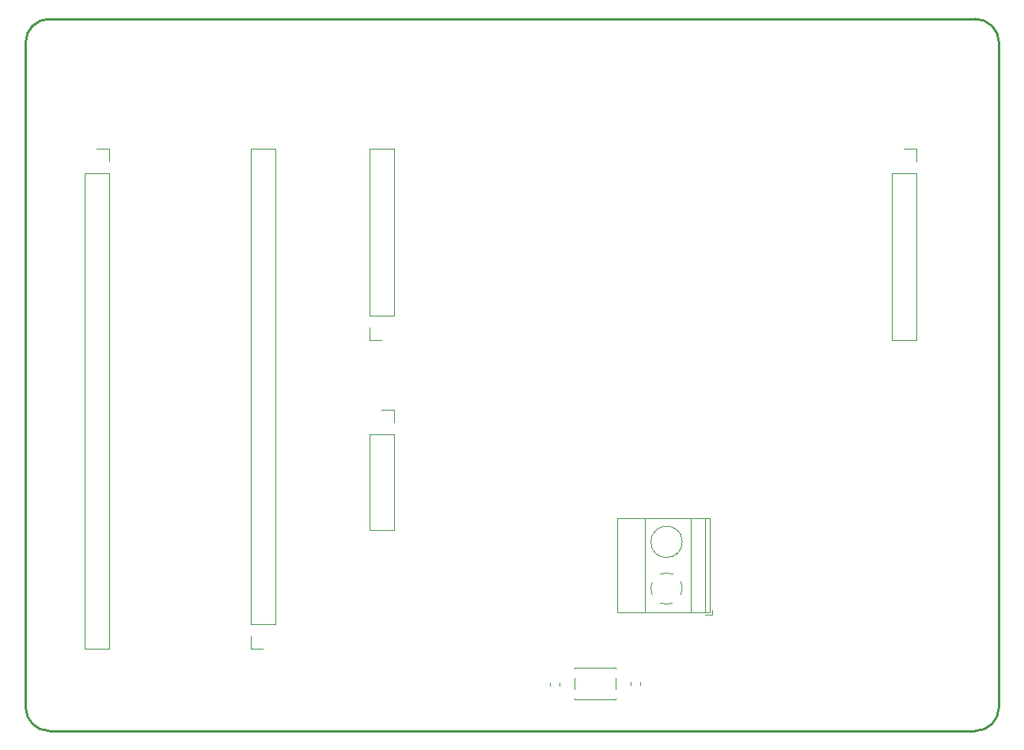
<source format=gbr>
G04 #@! TF.GenerationSoftware,KiCad,Pcbnew,5.1.2-f72e74a~84~ubuntu18.04.1*
G04 #@! TF.CreationDate,2019-05-24T04:06:14+05:00*
G04 #@! TF.ProjectId,reflow_board,7265666c-6f77-45f6-926f-6172642e6b69,1*
G04 #@! TF.SameCoordinates,Original*
G04 #@! TF.FileFunction,Legend,Top*
G04 #@! TF.FilePolarity,Positive*
%FSLAX46Y46*%
G04 Gerber Fmt 4.6, Leading zero omitted, Abs format (unit mm)*
G04 Created by KiCad (PCBNEW 5.1.2-f72e74a~84~ubuntu18.04.1) date 2019-05-24 04:06:14*
%MOMM*%
%LPD*%
G04 APERTURE LIST*
%ADD10C,0.254000*%
%ADD11C,0.120000*%
G04 APERTURE END LIST*
D10*
X53340000Y-203200000D02*
G75*
G02X50800000Y-200660000I0J2540000D01*
G01*
X154940000Y-200660000D02*
G75*
G02X152400000Y-203200000I-2540000J0D01*
G01*
X152400000Y-127000000D02*
G75*
G02X154940000Y-129540000I0J-2540000D01*
G01*
X50800000Y-129540000D02*
G75*
G02X53340000Y-127000000I2540000J0D01*
G01*
X152400000Y-127000000D02*
X53340000Y-127000000D01*
X154940000Y-200660000D02*
X154940000Y-129540000D01*
X53340000Y-203200000D02*
X152400000Y-203200000D01*
X50800000Y-129540000D02*
X50800000Y-200660000D01*
D11*
X124280000Y-190760000D02*
X124280000Y-190260000D01*
X123540000Y-190760000D02*
X124280000Y-190760000D01*
X120403000Y-184187000D02*
X120449000Y-184234000D01*
X118105000Y-181890000D02*
X118141000Y-181925000D01*
X120619000Y-183994000D02*
X120654000Y-184029000D01*
X118311000Y-181685000D02*
X118357000Y-181732000D01*
X114119000Y-180400000D02*
X124040000Y-180400000D01*
X114119000Y-190520000D02*
X124040000Y-190520000D01*
X124040000Y-190520000D02*
X124040000Y-180400000D01*
X114119000Y-190520000D02*
X114119000Y-180400000D01*
X117079000Y-190520000D02*
X117079000Y-180400000D01*
X121980000Y-190520000D02*
X121980000Y-180400000D01*
X123480000Y-190520000D02*
X123480000Y-180400000D01*
X121060000Y-182960000D02*
G75*
G03X121060000Y-182960000I-1680000J0D01*
G01*
X121060253Y-187931195D02*
G75*
G02X120915000Y-188644000I-1680253J-28805D01*
G01*
X120063042Y-189495426D02*
G75*
G02X118696000Y-189495000I-683042J1535426D01*
G01*
X117844574Y-188643042D02*
G75*
G02X117845000Y-187276000I1535426J683042D01*
G01*
X118696958Y-186424574D02*
G75*
G02X120064000Y-186425000I683042J-1535426D01*
G01*
X120914756Y-187276682D02*
G75*
G02X121060000Y-187960000I-1534756J-683318D01*
G01*
X144780000Y-140910000D02*
X146110000Y-140910000D01*
X146110000Y-140910000D02*
X146110000Y-142240000D01*
X146110000Y-143510000D02*
X146110000Y-161350000D01*
X143450000Y-161350000D02*
X146110000Y-161350000D01*
X143450000Y-143510000D02*
X143450000Y-161350000D01*
X143450000Y-143510000D02*
X146110000Y-143510000D01*
X113960000Y-196420000D02*
X109560000Y-196420000D01*
X109560000Y-196420000D02*
X109560000Y-196540000D01*
X109560000Y-197550000D02*
X109560000Y-198690000D01*
X109560000Y-199700000D02*
X109560000Y-199820000D01*
X109560000Y-199820000D02*
X113960000Y-199820000D01*
X113960000Y-199820000D02*
X113960000Y-199700000D01*
X113960000Y-198690000D02*
X113960000Y-197550000D01*
X113960000Y-196540000D02*
X113960000Y-196420000D01*
X107952000Y-198409779D02*
X107952000Y-198084221D01*
X106932000Y-198409779D02*
X106932000Y-198084221D01*
X76200000Y-194370000D02*
X74870000Y-194370000D01*
X74870000Y-194370000D02*
X74870000Y-193040000D01*
X74870000Y-191770000D02*
X74870000Y-140910000D01*
X77530000Y-140910000D02*
X74870000Y-140910000D01*
X77530000Y-191770000D02*
X77530000Y-140910000D01*
X77530000Y-191770000D02*
X74870000Y-191770000D01*
X88900000Y-161350000D02*
X87570000Y-161350000D01*
X87570000Y-161350000D02*
X87570000Y-160020000D01*
X87570000Y-158750000D02*
X87570000Y-140910000D01*
X90230000Y-140910000D02*
X87570000Y-140910000D01*
X90230000Y-158750000D02*
X90230000Y-140910000D01*
X90230000Y-158750000D02*
X87570000Y-158750000D01*
X58420000Y-140910000D02*
X59750000Y-140910000D01*
X59750000Y-140910000D02*
X59750000Y-142240000D01*
X59750000Y-143510000D02*
X59750000Y-194370000D01*
X57090000Y-194370000D02*
X59750000Y-194370000D01*
X57090000Y-143510000D02*
X57090000Y-194370000D01*
X57090000Y-143510000D02*
X59750000Y-143510000D01*
X88900000Y-168850000D02*
X90230000Y-168850000D01*
X90230000Y-168850000D02*
X90230000Y-170180000D01*
X90230000Y-171450000D02*
X90230000Y-181670000D01*
X87570000Y-181670000D02*
X90230000Y-181670000D01*
X87570000Y-171450000D02*
X87570000Y-181670000D01*
X87570000Y-171450000D02*
X90230000Y-171450000D01*
X116588000Y-198282779D02*
X116588000Y-197957221D01*
X115568000Y-198282779D02*
X115568000Y-197957221D01*
M02*

</source>
